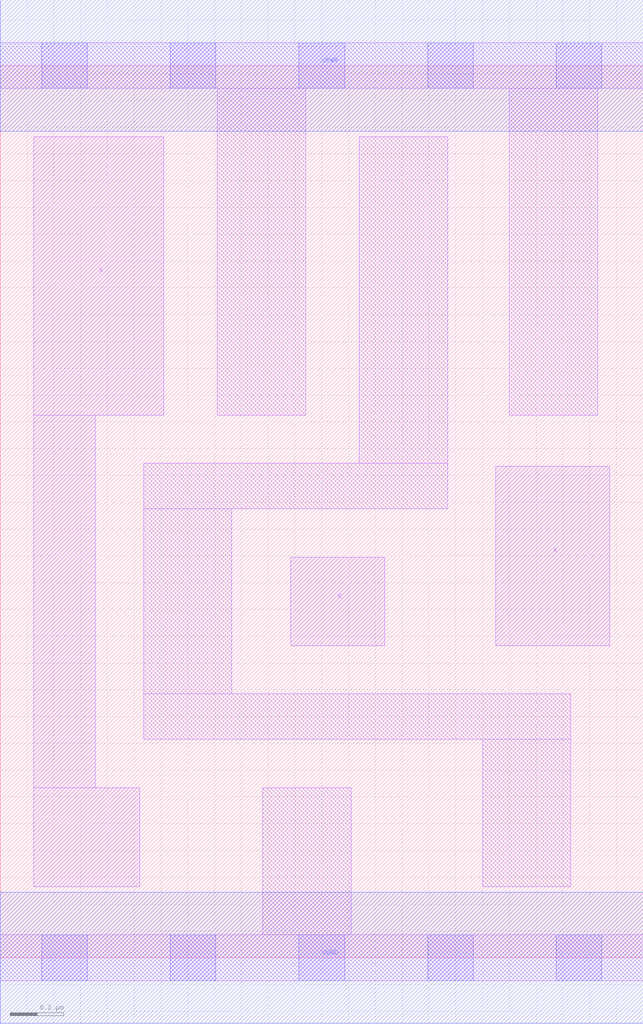
<source format=lef>
# Copyright 2020 The SkyWater PDK Authors
#
# Licensed under the Apache License, Version 2.0 (the "License");
# you may not use this file except in compliance with the License.
# You may obtain a copy of the License at
#
#     https://www.apache.org/licenses/LICENSE-2.0
#
# Unless required by applicable law or agreed to in writing, software
# distributed under the License is distributed on an "AS IS" BASIS,
# WITHOUT WARRANTIES OR CONDITIONS OF ANY KIND, either express or implied.
# See the License for the specific language governing permissions and
# limitations under the License.
#
# SPDX-License-Identifier: Apache-2.0

VERSION 5.7 ;
  NAMESCASESENSITIVE ON ;
  NOWIREEXTENSIONATPIN ON ;
  DIVIDERCHAR "/" ;
  BUSBITCHARS "[]" ;
UNITS
  DATABASE MICRONS 200 ;
END UNITS
MACRO sky130_fd_sc_lp__and2_lp2
  CLASS CORE ;
  SOURCE USER ;
  FOREIGN sky130_fd_sc_lp__and2_lp2 ;
  ORIGIN  0.000000  0.000000 ;
  SIZE  2.400000 BY  3.330000 ;
  SYMMETRY X Y R90 ;
  SITE unit ;
  PIN A
    ANTENNAGATEAREA  0.313000 ;
    DIRECTION INPUT ;
    USE SIGNAL ;
    PORT
      LAYER li1 ;
        RECT 1.850000 1.165000 2.275000 1.835000 ;
    END
  END A
  PIN B
    ANTENNAGATEAREA  0.313000 ;
    DIRECTION INPUT ;
    USE SIGNAL ;
    PORT
      LAYER li1 ;
        RECT 1.085000 1.165000 1.435000 1.495000 ;
    END
  END B
  PIN X
    ANTENNADIFFAREA  0.404700 ;
    DIRECTION OUTPUT ;
    USE SIGNAL ;
    PORT
      LAYER li1 ;
        RECT 0.125000 0.265000 0.520000 0.635000 ;
        RECT 0.125000 0.635000 0.355000 2.025000 ;
        RECT 0.125000 2.025000 0.610000 3.065000 ;
    END
  END X
  PIN VGND
    DIRECTION INOUT ;
    USE GROUND ;
    PORT
      LAYER met1 ;
        RECT 0.000000 -0.245000 2.400000 0.245000 ;
    END
  END VGND
  PIN VPWR
    DIRECTION INOUT ;
    USE POWER ;
    PORT
      LAYER met1 ;
        RECT 0.000000 3.085000 2.400000 3.575000 ;
    END
  END VPWR
  OBS
    LAYER li1 ;
      RECT 0.000000 -0.085000 2.400000 0.085000 ;
      RECT 0.000000  3.245000 2.400000 3.415000 ;
      RECT 0.535000  0.815000 2.130000 0.985000 ;
      RECT 0.535000  0.985000 0.865000 1.675000 ;
      RECT 0.535000  1.675000 1.670000 1.845000 ;
      RECT 0.810000  2.025000 1.140000 3.245000 ;
      RECT 0.980000  0.085000 1.310000 0.635000 ;
      RECT 1.340000  1.845000 1.670000 3.065000 ;
      RECT 1.800000  0.265000 2.130000 0.815000 ;
      RECT 1.900000  2.025000 2.230000 3.245000 ;
    LAYER mcon ;
      RECT 0.155000 -0.085000 0.325000 0.085000 ;
      RECT 0.155000  3.245000 0.325000 3.415000 ;
      RECT 0.635000 -0.085000 0.805000 0.085000 ;
      RECT 0.635000  3.245000 0.805000 3.415000 ;
      RECT 1.115000 -0.085000 1.285000 0.085000 ;
      RECT 1.115000  3.245000 1.285000 3.415000 ;
      RECT 1.595000 -0.085000 1.765000 0.085000 ;
      RECT 1.595000  3.245000 1.765000 3.415000 ;
      RECT 2.075000 -0.085000 2.245000 0.085000 ;
      RECT 2.075000  3.245000 2.245000 3.415000 ;
  END
END sky130_fd_sc_lp__and2_lp2

</source>
